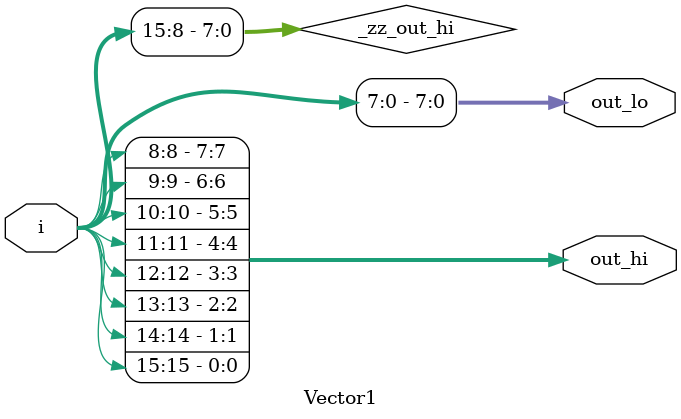
<source format=v>

`timescale 1ns/1ps 

module Vector1 (
  input      [15:0]   i,
  output     [7:0]    out_hi,
  output     [7:0]    out_lo
);

  wire       [7:0]    _zz_out_hi;

  assign _zz_out_hi = i[15 : 8];
  assign out_hi = {_zz_out_hi[0],{_zz_out_hi[1],{_zz_out_hi[2],{_zz_out_hi[3],{_zz_out_hi[4],{_zz_out_hi[5],{_zz_out_hi[6],_zz_out_hi[7]}}}}}}};
  assign out_lo = i[7 : 0];

endmodule

</source>
